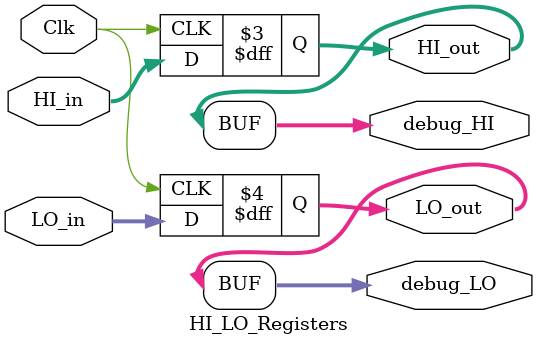
<source format=v>
`timescale 1ns / 1ps


module HI_LO_Registers(Clk, HI_in, LO_in, HI_out, LO_out, debug_HI, debug_LO);

    input Clk;

    (* mark_debug = "true" *) input [31:0]    HI_in, 
                    LO_in;
    
//    (* mark_debug = "true" *)   output reg [31:0]   HI_out,
//                                LO_out;

    output reg [31:0]   HI_out,
                            LO_out;



    output [31:0] debug_HI,
                  debug_LO;
    
    initial begin
        HI_out <= 0;
        LO_out <= 0;    
    end
    
    
    always @(posedge Clk) begin
        HI_out <= HI_in;
        LO_out <= LO_in;
    end
    
    assign debug_HI = HI_out;
    assign debug_LO = LO_out;
    
endmodule
</source>
